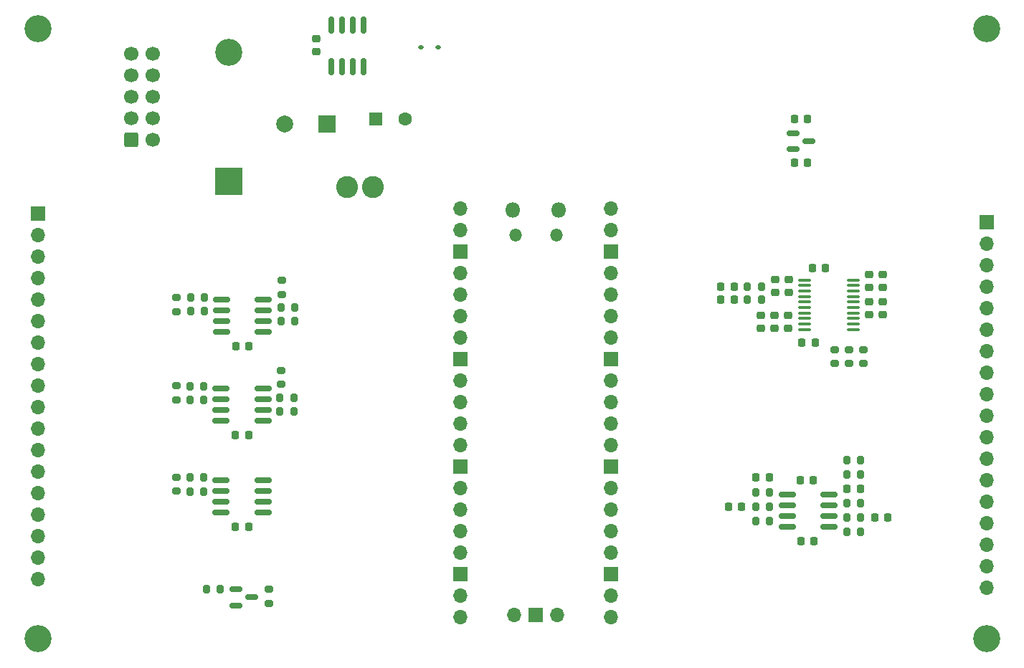
<source format=gbr>
%TF.GenerationSoftware,KiCad,Pcbnew,7.0.2*%
%TF.CreationDate,2023-08-30T16:48:59+01:00*%
%TF.ProjectId,dk2_02_bottom,646b325f-3032-45f6-926f-74746f6d2e6b,rev?*%
%TF.SameCoordinates,Original*%
%TF.FileFunction,Soldermask,Top*%
%TF.FilePolarity,Negative*%
%FSLAX46Y46*%
G04 Gerber Fmt 4.6, Leading zero omitted, Abs format (unit mm)*
G04 Created by KiCad (PCBNEW 7.0.2) date 2023-08-30 16:48:59*
%MOMM*%
%LPD*%
G01*
G04 APERTURE LIST*
G04 Aperture macros list*
%AMRoundRect*
0 Rectangle with rounded corners*
0 $1 Rounding radius*
0 $2 $3 $4 $5 $6 $7 $8 $9 X,Y pos of 4 corners*
0 Add a 4 corners polygon primitive as box body*
4,1,4,$2,$3,$4,$5,$6,$7,$8,$9,$2,$3,0*
0 Add four circle primitives for the rounded corners*
1,1,$1+$1,$2,$3*
1,1,$1+$1,$4,$5*
1,1,$1+$1,$6,$7*
1,1,$1+$1,$8,$9*
0 Add four rect primitives between the rounded corners*
20,1,$1+$1,$2,$3,$4,$5,0*
20,1,$1+$1,$4,$5,$6,$7,0*
20,1,$1+$1,$6,$7,$8,$9,0*
20,1,$1+$1,$8,$9,$2,$3,0*%
G04 Aperture macros list end*
%ADD10RoundRect,0.112500X0.187500X0.112500X-0.187500X0.112500X-0.187500X-0.112500X0.187500X-0.112500X0*%
%ADD11RoundRect,0.200000X0.275000X-0.200000X0.275000X0.200000X-0.275000X0.200000X-0.275000X-0.200000X0*%
%ADD12C,3.200000*%
%ADD13RoundRect,0.200000X-0.200000X-0.275000X0.200000X-0.275000X0.200000X0.275000X-0.200000X0.275000X0*%
%ADD14RoundRect,0.200000X0.200000X0.275000X-0.200000X0.275000X-0.200000X-0.275000X0.200000X-0.275000X0*%
%ADD15RoundRect,0.100000X-0.637500X-0.100000X0.637500X-0.100000X0.637500X0.100000X-0.637500X0.100000X0*%
%ADD16RoundRect,0.150000X0.150000X-0.825000X0.150000X0.825000X-0.150000X0.825000X-0.150000X-0.825000X0*%
%ADD17RoundRect,0.200000X-0.275000X0.200000X-0.275000X-0.200000X0.275000X-0.200000X0.275000X0.200000X0*%
%ADD18RoundRect,0.225000X0.225000X0.250000X-0.225000X0.250000X-0.225000X-0.250000X0.225000X-0.250000X0*%
%ADD19RoundRect,0.225000X-0.250000X0.225000X-0.250000X-0.225000X0.250000X-0.225000X0.250000X0.225000X0*%
%ADD20RoundRect,0.225000X-0.225000X-0.250000X0.225000X-0.250000X0.225000X0.250000X-0.225000X0.250000X0*%
%ADD21RoundRect,0.150000X-0.825000X-0.150000X0.825000X-0.150000X0.825000X0.150000X-0.825000X0.150000X0*%
%ADD22R,1.700000X1.700000*%
%ADD23O,1.700000X1.700000*%
%ADD24RoundRect,0.225000X0.250000X-0.225000X0.250000X0.225000X-0.250000X0.225000X-0.250000X-0.225000X0*%
%ADD25RoundRect,0.150000X-0.587500X-0.150000X0.587500X-0.150000X0.587500X0.150000X-0.587500X0.150000X0*%
%ADD26RoundRect,0.250000X-0.600000X-0.600000X0.600000X-0.600000X0.600000X0.600000X-0.600000X0.600000X0*%
%ADD27C,1.700000*%
%ADD28C,2.600000*%
%ADD29R,1.600000X1.600000*%
%ADD30C,1.600000*%
%ADD31R,2.000000X2.000000*%
%ADD32C,2.000000*%
%ADD33R,3.200000X3.200000*%
%ADD34O,3.200000X3.200000*%
%ADD35O,1.800000X1.800000*%
%ADD36O,1.500000X1.500000*%
G04 APERTURE END LIST*
D10*
%TO.C,D1*%
X131282323Y-56200000D03*
X129182323Y-56200000D03*
%TD*%
D11*
%TO.C,R11*%
X178100000Y-93525000D03*
X178100000Y-91875000D03*
%TD*%
D12*
%TO.C,H4*%
X196000000Y-126000000D03*
%TD*%
D13*
%TO.C,R8*%
X179500000Y-106600000D03*
X181150000Y-106600000D03*
%TD*%
D14*
%TO.C,R2*%
X181150000Y-113400000D03*
X179500000Y-113400000D03*
%TD*%
D15*
%TO.C,U4*%
X174525000Y-83650000D03*
X174525000Y-84300000D03*
X174525000Y-84950000D03*
X174525000Y-85600000D03*
X174525000Y-86250000D03*
X174525000Y-86900000D03*
X174525000Y-87550000D03*
X174525000Y-88200000D03*
X174525000Y-88850000D03*
X174525000Y-89500000D03*
X180250000Y-89500000D03*
X180250000Y-88850000D03*
X180250000Y-88200000D03*
X180250000Y-87550000D03*
X180250000Y-86900000D03*
X180250000Y-86250000D03*
X180250000Y-85600000D03*
X180250000Y-84950000D03*
X180250000Y-84300000D03*
X180250000Y-83650000D03*
%TD*%
D16*
%TO.C,U8*%
X118627323Y-58475000D03*
X119897323Y-58475000D03*
X121167323Y-58475000D03*
X122437323Y-58475000D03*
X122437323Y-53525000D03*
X121167323Y-53525000D03*
X119897323Y-53525000D03*
X118627323Y-53525000D03*
%TD*%
D13*
%TO.C,R14*%
X103875000Y-120135000D03*
X105525000Y-120135000D03*
%TD*%
D11*
%TO.C,R10*%
X179750000Y-93525000D03*
X179750000Y-91875000D03*
%TD*%
D17*
%TO.C,R19*%
X100375000Y-85735000D03*
X100375000Y-87385000D03*
%TD*%
D18*
%TO.C,C3*%
X184350000Y-111700000D03*
X182800000Y-111700000D03*
%TD*%
D19*
%TO.C,C20*%
X171050000Y-83600000D03*
X171050000Y-85150000D03*
%TD*%
%TO.C,C16*%
X183750000Y-83000000D03*
X183750000Y-84550000D03*
%TD*%
D20*
%TO.C,C4*%
X173300000Y-69800000D03*
X174850000Y-69800000D03*
%TD*%
%TO.C,C1*%
X173300000Y-64600000D03*
X174850000Y-64600000D03*
%TD*%
D21*
%TO.C,U3*%
X172475000Y-109030000D03*
X172475000Y-110300000D03*
X172475000Y-111570000D03*
X172475000Y-112840000D03*
X177425000Y-112840000D03*
X177425000Y-111570000D03*
X177425000Y-110300000D03*
X177425000Y-109030000D03*
%TD*%
D20*
%TO.C,C2*%
X165550000Y-110400000D03*
X167100000Y-110400000D03*
%TD*%
D19*
%TO.C,C11*%
X169350000Y-87800000D03*
X169350000Y-89350000D03*
%TD*%
D13*
%TO.C,R3*%
X168750000Y-110400000D03*
X170400000Y-110400000D03*
%TD*%
D11*
%TO.C,R20*%
X112775000Y-85335000D03*
X112775000Y-83685000D03*
%TD*%
D19*
%TO.C,C14*%
X182150000Y-83000000D03*
X182150000Y-84550000D03*
%TD*%
D14*
%TO.C,R13*%
X169400000Y-86000000D03*
X167750000Y-86000000D03*
%TD*%
D21*
%TO.C,U5*%
X105675000Y-85935000D03*
X105675000Y-87205000D03*
X105675000Y-88475000D03*
X105675000Y-89745000D03*
X110625000Y-89745000D03*
X110625000Y-88475000D03*
X110625000Y-87205000D03*
X110625000Y-85935000D03*
%TD*%
D19*
%TO.C,C17*%
X182150000Y-86200000D03*
X182150000Y-87750000D03*
%TD*%
D14*
%TO.C,R17*%
X103675000Y-87335000D03*
X102025000Y-87335000D03*
%TD*%
D13*
%TO.C,R1*%
X168750000Y-112100000D03*
X170400000Y-112100000D03*
%TD*%
D11*
%TO.C,R15*%
X111275000Y-121835000D03*
X111275000Y-120185000D03*
%TD*%
D14*
%TO.C,R21*%
X103675000Y-85735000D03*
X102025000Y-85735000D03*
%TD*%
D12*
%TO.C,H3*%
X84000000Y-126000000D03*
%TD*%
D18*
%TO.C,C23*%
X108875000Y-101935000D03*
X107325000Y-101935000D03*
%TD*%
D13*
%TO.C,R22*%
X112575000Y-99135000D03*
X114225000Y-99135000D03*
%TD*%
D14*
%TO.C,R6*%
X181150000Y-110000000D03*
X179500000Y-110000000D03*
%TD*%
D12*
%TO.C,H2*%
X196000000Y-54000000D03*
%TD*%
D13*
%TO.C,R16*%
X112675000Y-88535000D03*
X114325000Y-88535000D03*
%TD*%
D14*
%TO.C,R23*%
X103575000Y-97835000D03*
X101925000Y-97835000D03*
%TD*%
D21*
%TO.C,U7*%
X105600000Y-107330000D03*
X105600000Y-108600000D03*
X105600000Y-109870000D03*
X105600000Y-111140000D03*
X110550000Y-111140000D03*
X110550000Y-109870000D03*
X110550000Y-108600000D03*
X110550000Y-107330000D03*
%TD*%
D14*
%TO.C,R28*%
X103575000Y-108635000D03*
X101925000Y-108635000D03*
%TD*%
D13*
%TO.C,R7*%
X179500000Y-104900000D03*
X181150000Y-104900000D03*
%TD*%
D19*
%TO.C,C15*%
X183750000Y-86200000D03*
X183750000Y-87750000D03*
%TD*%
D18*
%TO.C,C24*%
X108875000Y-112835000D03*
X107325000Y-112835000D03*
%TD*%
D13*
%TO.C,R5*%
X168750000Y-108700000D03*
X170400000Y-108700000D03*
%TD*%
D22*
%TO.C,J1*%
X84000000Y-75820000D03*
D23*
X84000000Y-78360000D03*
X84000000Y-80900000D03*
X84000000Y-83440000D03*
X84000000Y-85980000D03*
X84000000Y-88520000D03*
X84000000Y-91060000D03*
X84000000Y-93600000D03*
X84000000Y-96140000D03*
X84000000Y-98680000D03*
X84000000Y-101220000D03*
X84000000Y-103760000D03*
X84000000Y-106300000D03*
X84000000Y-108840000D03*
X84000000Y-111380000D03*
X84000000Y-113920000D03*
X84000000Y-116460000D03*
X84000000Y-119000000D03*
%TD*%
D18*
%TO.C,C6*%
X175650000Y-114500000D03*
X174100000Y-114500000D03*
%TD*%
D11*
%TO.C,R26*%
X112675000Y-95985000D03*
X112675000Y-94335000D03*
%TD*%
D19*
%TO.C,C9*%
X172550000Y-87800000D03*
X172550000Y-89350000D03*
%TD*%
D18*
%TO.C,C8*%
X181100000Y-108300000D03*
X179550000Y-108300000D03*
%TD*%
D14*
%TO.C,R27*%
X103575000Y-96235000D03*
X101925000Y-96235000D03*
%TD*%
%TO.C,R12*%
X169400000Y-84400000D03*
X167750000Y-84400000D03*
%TD*%
D18*
%TO.C,C22*%
X108925000Y-91435000D03*
X107375000Y-91435000D03*
%TD*%
%TO.C,C5*%
X175550000Y-107300000D03*
X174000000Y-107300000D03*
%TD*%
D14*
%TO.C,R4*%
X181150000Y-111700000D03*
X179500000Y-111700000D03*
%TD*%
D13*
%TO.C,R18*%
X112675000Y-86935000D03*
X114325000Y-86935000D03*
%TD*%
D19*
%TO.C,C10*%
X170950000Y-87800000D03*
X170950000Y-89350000D03*
%TD*%
%TO.C,C18*%
X172650000Y-83600000D03*
X172650000Y-85150000D03*
%TD*%
D18*
%TO.C,C21*%
X166200000Y-86000000D03*
X164650000Y-86000000D03*
%TD*%
D20*
%TO.C,C7*%
X168800000Y-107000000D03*
X170350000Y-107000000D03*
%TD*%
D21*
%TO.C,U6*%
X105600000Y-96430000D03*
X105600000Y-97700000D03*
X105600000Y-98970000D03*
X105600000Y-100240000D03*
X110550000Y-100240000D03*
X110550000Y-98970000D03*
X110550000Y-97700000D03*
X110550000Y-96430000D03*
%TD*%
D20*
%TO.C,C12*%
X175450000Y-82200000D03*
X177000000Y-82200000D03*
%TD*%
D18*
%TO.C,C19*%
X166200000Y-84400000D03*
X164650000Y-84400000D03*
%TD*%
D12*
%TO.C,H1*%
X84000000Y-54000000D03*
%TD*%
D22*
%TO.C,J2*%
X196000000Y-76820000D03*
D23*
X196000000Y-79360000D03*
X196000000Y-81900000D03*
X196000000Y-84440000D03*
X196000000Y-86980000D03*
X196000000Y-89520000D03*
X196000000Y-92060000D03*
X196000000Y-94600000D03*
X196000000Y-97140000D03*
X196000000Y-99680000D03*
X196000000Y-102220000D03*
X196000000Y-104760000D03*
X196000000Y-107300000D03*
X196000000Y-109840000D03*
X196000000Y-112380000D03*
X196000000Y-114920000D03*
X196000000Y-117460000D03*
X196000000Y-120000000D03*
%TD*%
D14*
%TO.C,R30*%
X103575000Y-106935000D03*
X101925000Y-106935000D03*
%TD*%
D24*
%TO.C,C26*%
X116832323Y-56700000D03*
X116832323Y-55150000D03*
%TD*%
D18*
%TO.C,C13*%
X175750000Y-91000000D03*
X174200000Y-91000000D03*
%TD*%
D25*
%TO.C,U2*%
X173150000Y-66280000D03*
X173150000Y-68180000D03*
X175025000Y-67230000D03*
%TD*%
D13*
%TO.C,R24*%
X112575000Y-97535000D03*
X114225000Y-97535000D03*
%TD*%
D11*
%TO.C,R9*%
X181450000Y-93525000D03*
X181450000Y-91875000D03*
%TD*%
D25*
%TO.C,Q1*%
X107400000Y-120185000D03*
X107400000Y-122085000D03*
X109275000Y-121135000D03*
%TD*%
D17*
%TO.C,R25*%
X100375000Y-96135000D03*
X100375000Y-97785000D03*
%TD*%
%TO.C,R29*%
X100375000Y-106935000D03*
X100375000Y-108585000D03*
%TD*%
D26*
%TO.C,J3*%
X95000000Y-67080000D03*
D27*
X97540000Y-67080000D03*
X95000000Y-64540000D03*
X97540000Y-64540000D03*
X95000000Y-62000000D03*
X97540000Y-62000000D03*
X95000000Y-59460000D03*
X97540000Y-59460000D03*
X95000000Y-56920000D03*
X97540000Y-56920000D03*
%TD*%
D28*
%TO.C,L1*%
X120532323Y-72700000D03*
X123532323Y-72700000D03*
%TD*%
D29*
%TO.C,C27*%
X123879672Y-64600000D03*
D30*
X127379672Y-64600000D03*
%TD*%
D31*
%TO.C,C25*%
X118100000Y-65200000D03*
D32*
X113100000Y-65200000D03*
%TD*%
D33*
%TO.C,D2*%
X106500000Y-72000000D03*
D34*
X106500000Y-56760000D03*
%TD*%
D35*
%TO.C,U1*%
X145515000Y-75350000D03*
D36*
X145215000Y-78380000D03*
X140365000Y-78380000D03*
D35*
X140065000Y-75350000D03*
D23*
X151680000Y-75220000D03*
X151680000Y-77760000D03*
D22*
X151680000Y-80300000D03*
D23*
X151680000Y-82840000D03*
X151680000Y-85380000D03*
X151680000Y-87920000D03*
X151680000Y-90460000D03*
D22*
X151680000Y-93000000D03*
D23*
X151680000Y-95540000D03*
X151680000Y-98080000D03*
X151680000Y-100620000D03*
X151680000Y-103160000D03*
D22*
X151680000Y-105700000D03*
D23*
X151680000Y-108240000D03*
X151680000Y-110780000D03*
X151680000Y-113320000D03*
X151680000Y-115860000D03*
D22*
X151680000Y-118400000D03*
D23*
X151680000Y-120940000D03*
X151680000Y-123480000D03*
X133900000Y-123480000D03*
X133900000Y-120940000D03*
D22*
X133900000Y-118400000D03*
D23*
X133900000Y-115860000D03*
X133900000Y-113320000D03*
X133900000Y-110780000D03*
X133900000Y-108240000D03*
D22*
X133900000Y-105700000D03*
D23*
X133900000Y-103160000D03*
X133900000Y-100620000D03*
X133900000Y-98080000D03*
X133900000Y-95540000D03*
D22*
X133900000Y-93000000D03*
D23*
X133900000Y-90460000D03*
X133900000Y-87920000D03*
X133900000Y-85380000D03*
X133900000Y-82840000D03*
D22*
X133900000Y-80300000D03*
D23*
X133900000Y-77760000D03*
X133900000Y-75220000D03*
X145330000Y-123250000D03*
D22*
X142790000Y-123250000D03*
D23*
X140250000Y-123250000D03*
%TD*%
M02*

</source>
